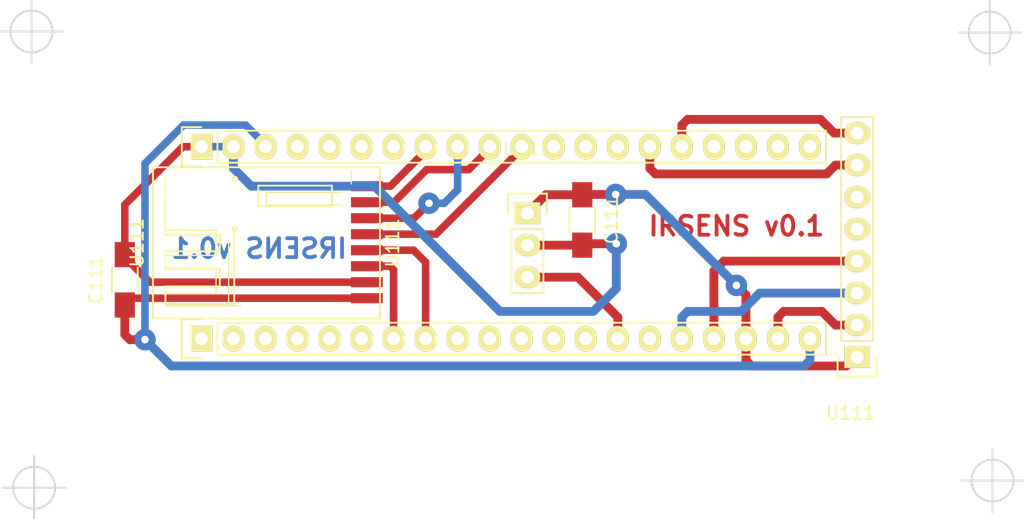
<source format=kicad_pcb>
(kicad_pcb (version 4) (host pcbnew 4.0.2-stable)

  (general
    (links 29)
    (no_connects 1)
    (area 0 0 0 0)
    (thickness 1.6)
    (drawings 6)
    (tracks 94)
    (zones 0)
    (modules 11)
    (nets 15)
  )

  (page A4)
  (layers
    (0 F.Cu signal)
    (31 B.Cu signal)
    (32 B.Adhes user)
    (33 F.Adhes user)
    (34 B.Paste user)
    (35 F.Paste user)
    (36 B.SilkS user)
    (37 F.SilkS user)
    (38 B.Mask user)
    (39 F.Mask user)
    (40 Dwgs.User user)
    (41 Cmts.User user)
    (42 Eco1.User user)
    (43 Eco2.User user)
    (44 Edge.Cuts user)
    (45 Margin user)
    (46 B.CrtYd user)
    (47 F.CrtYd user)
    (48 B.Fab user)
    (49 F.Fab user)
  )

  (setup
    (last_trace_width 0.5)
    (trace_clearance 0.4)
    (zone_clearance 0.508)
    (zone_45_only no)
    (trace_min 0.2)
    (segment_width 0.2)
    (edge_width 0.15)
    (via_size 0.6)
    (via_drill 0.4)
    (via_min_size 0.4)
    (via_min_drill 0.3)
    (uvia_size 0.3)
    (uvia_drill 0.1)
    (uvias_allowed no)
    (uvia_min_size 0.2)
    (uvia_min_drill 0.1)
    (pcb_text_width 0.3)
    (pcb_text_size 1.5 1.5)
    (mod_edge_width 0.15)
    (mod_text_size 1 1)
    (mod_text_width 0.15)
    (pad_size 1.524 1.524)
    (pad_drill 0.762)
    (pad_to_mask_clearance 0.2)
    (aux_axis_origin 0 0)
    (visible_elements 7FFFFFFF)
    (pcbplotparams
      (layerselection 0x00030_80000001)
      (usegerberextensions false)
      (excludeedgelayer true)
      (linewidth 0.100000)
      (plotframeref false)
      (viasonmask false)
      (mode 1)
      (useauxorigin false)
      (hpglpennumber 1)
      (hpglpenspeed 20)
      (hpglpendiameter 15)
      (hpglpenoverlay 2)
      (psnegative false)
      (psa4output false)
      (plotreference true)
      (plotvalue true)
      (plotinvisibletext false)
      (padsonsilk false)
      (subtractmaskfromsilk false)
      (outputformat 1)
      (mirror false)
      (drillshape 1)
      (scaleselection 1)
      (outputdirectory ""))
  )

  (net 0 "")
  (net 1 +3V3)
  (net 2 GND)
  (net 3 IR_RCV)
  (net 4 SE8R01_CE)
  (net 5 SE8R01_CSN)
  (net 6 MPU5060_INT)
  (net 7 AD0)
  (net 8 I2C_SCL)
  (net 9 I2C_SDA)
  (net 10 SPI_MISO)
  (net 11 SPI_MOSI)
  (net 12 SPI_SCK)
  (net 13 SE8R01_IRQ)
  (net 14 +5V)

  (net_class Default "This is the default net class."
    (clearance 0.4)
    (trace_width 0.5)
    (via_dia 0.6)
    (via_drill 0.4)
    (uvia_dia 0.3)
    (uvia_drill 0.1)
    (add_net +3V3)
    (add_net +5V)
    (add_net AD0)
    (add_net GND)
    (add_net I2C_SCL)
    (add_net I2C_SDA)
    (add_net IR_RCV)
    (add_net MPU5060_INT)
    (add_net SE8R01_CE)
    (add_net SE8R01_CSN)
    (add_net SE8R01_IRQ)
    (add_net SPI_MISO)
    (add_net SPI_MOSI)
    (add_net SPI_SCK)
  )

  (module footprints:STM32F103_header_footprint (layer F.Cu) (tedit 578F1A7E) (tstamp 5795C2B0)
    (at 31.36 42.08 90)
    (descr "Through hole pin header")
    (tags "pin header")
    (path /5795C959)
    (fp_text reference U111 (at 7.62 -5.1 90) (layer F.SilkS)
      (effects (font (size 1 1) (thickness 0.15)))
    )
    (fp_text value STM32F103HEADER (at 7.62 -3.1 90) (layer F.Fab)
      (effects (font (size 1 1) (thickness 0.15)))
    )
    (fp_line (start -1.75 -1.75) (end -1.75 50.05) (layer F.CrtYd) (width 0.05))
    (fp_line (start 1.75 -1.75) (end 1.75 50.05) (layer F.CrtYd) (width 0.05))
    (fp_line (start -1.75 -1.75) (end 1.75 -1.75) (layer F.CrtYd) (width 0.05))
    (fp_line (start -1.75 50.05) (end 1.75 50.05) (layer F.CrtYd) (width 0.05))
    (fp_line (start 1.27 1.27) (end 1.27 49.53) (layer F.SilkS) (width 0.15))
    (fp_line (start 1.27 49.53) (end -1.27 49.53) (layer F.SilkS) (width 0.15))
    (fp_line (start -1.27 49.53) (end -1.27 1.27) (layer F.SilkS) (width 0.15))
    (fp_line (start 1.55 -1.55) (end 1.55 0) (layer F.SilkS) (width 0.15))
    (fp_line (start 1.27 1.27) (end -1.27 1.27) (layer F.SilkS) (width 0.15))
    (fp_line (start -1.55 0) (end -1.55 -1.55) (layer F.SilkS) (width 0.15))
    (fp_line (start -1.55 -1.55) (end 1.55 -1.55) (layer F.SilkS) (width 0.15))
    (fp_line (start 13.69 -1.55) (end 16.79 -1.55) (layer F.SilkS) (width 0.15))
    (fp_line (start 16.79 -1.55) (end 16.79 0) (layer F.SilkS) (width 0.15))
    (fp_line (start 13.69 0) (end 13.69 -1.55) (layer F.SilkS) (width 0.15))
    (fp_line (start 16.51 49.53) (end 13.97 49.53) (layer F.SilkS) (width 0.15))
    (fp_line (start 16.51 1.27) (end 16.51 49.53) (layer F.SilkS) (width 0.15))
    (fp_line (start 16.51 1.27) (end 13.97 1.27) (layer F.SilkS) (width 0.15))
    (fp_line (start 13.97 49.53) (end 13.97 1.27) (layer F.SilkS) (width 0.15))
    (fp_line (start 13.49 -1.75) (end 16.99 -1.75) (layer F.CrtYd) (width 0.05))
    (fp_line (start 13.49 -1.75) (end 13.49 50.05) (layer F.CrtYd) (width 0.05))
    (fp_line (start 16.99 -1.75) (end 16.99 50.05) (layer F.CrtYd) (width 0.05))
    (fp_line (start 13.49 50.05) (end 16.99 50.05) (layer F.CrtYd) (width 0.05))
    (pad 1 thru_hole rect (at 0 0 90) (size 2.032 1.7272) (drill 1.016) (layers *.Cu *.Mask F.SilkS))
    (pad 2 thru_hole oval (at 0 2.54 90) (size 2.032 1.7272) (drill 1.016) (layers *.Cu *.Mask F.SilkS))
    (pad 3 thru_hole oval (at 0 5.08 90) (size 2.032 1.7272) (drill 1.016) (layers *.Cu *.Mask F.SilkS))
    (pad 4 thru_hole oval (at 0 7.62 90) (size 2.032 1.7272) (drill 1.016) (layers *.Cu *.Mask F.SilkS))
    (pad 5 thru_hole oval (at 0 10.16 90) (size 2.032 1.7272) (drill 1.016) (layers *.Cu *.Mask F.SilkS))
    (pad 6 thru_hole oval (at 0 12.7 90) (size 2.032 1.7272) (drill 1.016) (layers *.Cu *.Mask F.SilkS))
    (pad 7 thru_hole oval (at 0 15.24 90) (size 2.032 1.7272) (drill 1.016) (layers *.Cu *.Mask F.SilkS)
      (net 4 SE8R01_CE))
    (pad 8 thru_hole oval (at 0 17.78 90) (size 2.032 1.7272) (drill 1.016) (layers *.Cu *.Mask F.SilkS)
      (net 5 SE8R01_CSN))
    (pad 9 thru_hole oval (at 0 20.32 90) (size 2.032 1.7272) (drill 1.016) (layers *.Cu *.Mask F.SilkS))
    (pad 10 thru_hole oval (at 0 22.86 90) (size 2.032 1.7272) (drill 1.016) (layers *.Cu *.Mask F.SilkS))
    (pad 11 thru_hole oval (at 0 25.4 90) (size 2.032 1.7272) (drill 1.016) (layers *.Cu *.Mask F.SilkS))
    (pad 12 thru_hole oval (at 0 27.94 90) (size 2.032 1.7272) (drill 1.016) (layers *.Cu *.Mask F.SilkS))
    (pad 13 thru_hole oval (at 0 30.48 90) (size 2.032 1.7272) (drill 1.016) (layers *.Cu *.Mask F.SilkS))
    (pad 14 thru_hole oval (at 0 33.02 90) (size 2.032 1.7272) (drill 1.016) (layers *.Cu *.Mask F.SilkS)
      (net 3 IR_RCV))
    (pad 15 thru_hole oval (at 0 35.56 90) (size 2.032 1.7272) (drill 1.016) (layers *.Cu *.Mask F.SilkS))
    (pad 16 thru_hole oval (at 0 38.1 90) (size 2.032 1.7272) (drill 1.016) (layers *.Cu *.Mask F.SilkS)
      (net 8 I2C_SCL))
    (pad 17 thru_hole oval (at 0 40.64 90) (size 2.032 1.7272) (drill 1.016) (layers *.Cu *.Mask F.SilkS)
      (net 9 I2C_SDA))
    (pad 18 thru_hole oval (at 0 43.18 90) (size 2.032 1.7272) (drill 1.016) (layers *.Cu *.Mask F.SilkS)
      (net 14 +5V))
    (pad 19 thru_hole oval (at 0 45.72 90) (size 2.032 1.7272) (drill 1.016) (layers *.Cu *.Mask F.SilkS)
      (net 2 GND))
    (pad 20 thru_hole oval (at 0 48.26 90) (size 2.032 1.7272) (drill 1.016) (layers *.Cu *.Mask F.SilkS)
      (net 1 +3V3))
    (pad 19 thru_hole rect (at 15.24 0 90) (size 2.032 1.7272) (drill 1.016) (layers *.Cu *.Mask F.SilkS)
      (net 2 GND))
    (pad 29 thru_hole oval (at 15.24 20.32 90) (size 2.032 1.7272) (drill 1.016) (layers *.Cu *.Mask F.SilkS)
      (net 11 SPI_MOSI))
    (pad 30 thru_hole oval (at 15.24 22.86 90) (size 2.032 1.7272) (drill 1.016) (layers *.Cu *.Mask F.SilkS)
      (net 10 SPI_MISO))
    (pad 31 thru_hole oval (at 15.24 25.4 90) (size 2.032 1.7272) (drill 1.016) (layers *.Cu *.Mask F.SilkS)
      (net 12 SPI_SCK))
    (pad 33 thru_hole oval (at 15.24 30.48 90) (size 2.032 1.7272) (drill 1.016) (layers *.Cu *.Mask F.SilkS))
    (pad 32 thru_hole oval (at 15.24 27.94 90) (size 2.032 1.7272) (drill 1.016) (layers *.Cu *.Mask F.SilkS))
    (pad 25 thru_hole oval (at 15.24 10.16 90) (size 2.032 1.7272) (drill 1.016) (layers *.Cu *.Mask F.SilkS))
    (pad 28 thru_hole oval (at 15.24 17.78 90) (size 2.032 1.7272) (drill 1.016) (layers *.Cu *.Mask F.SilkS)
      (net 13 SE8R01_IRQ))
    (pad 26 thru_hole oval (at 15.24 12.7 90) (size 2.032 1.7272) (drill 1.016) (layers *.Cu *.Mask F.SilkS))
    (pad 27 thru_hole oval (at 15.24 15.24 90) (size 2.032 1.7272) (drill 1.016) (layers *.Cu *.Mask F.SilkS))
    (pad 34 thru_hole oval (at 15.24 33.02 90) (size 2.032 1.7272) (drill 1.016) (layers *.Cu *.Mask F.SilkS))
    (pad 35 thru_hole oval (at 15.24 35.56 90) (size 2.032 1.7272) (drill 1.016) (layers *.Cu *.Mask F.SilkS)
      (net 7 AD0))
    (pad 36 thru_hole oval (at 15.24 38.1 90) (size 2.032 1.7272) (drill 1.016) (layers *.Cu *.Mask F.SilkS)
      (net 6 MPU5060_INT))
    (pad 37 thru_hole oval (at 15.24 40.64 90) (size 2.032 1.7272) (drill 1.016) (layers *.Cu *.Mask F.SilkS))
    (pad 39 thru_hole oval (at 15.24 45.72 90) (size 2.032 1.7272) (drill 1.016) (layers *.Cu *.Mask F.SilkS))
    (pad 38 thru_hole oval (at 15.24 43.18 90) (size 2.032 1.7272) (drill 1.016) (layers *.Cu *.Mask F.SilkS))
    (pad 40 thru_hole oval (at 15.24 48.26 90) (size 2.032 1.7272) (drill 1.016) (layers *.Cu *.Mask F.SilkS))
    (pad 20 thru_hole oval (at 15.24 5.08 90) (size 2.032 1.7272) (drill 1.016) (layers *.Cu *.Mask F.SilkS)
      (net 1 +3V3))
    (pad 24 thru_hole oval (at 15.24 7.62 90) (size 2.032 1.7272) (drill 1.016) (layers *.Cu *.Mask F.SilkS))
    (pad 19 thru_hole oval (at 15.24 2.54 90) (size 2.032 1.7272) (drill 1.016) (layers *.Cu *.Mask F.SilkS)
      (net 2 GND))
    (model Pin_Headers.3dshapes/Pin_Header_Straight_1x20.wrl
      (at (xyz 0 -0.95 0))
      (scale (xyz 1 1 1))
      (rotate (xyz 0 0 90))
    )
  )

  (module Capacitors_SMD:C_1206_HandSoldering (layer F.Cu) (tedit 541A9C03) (tstamp 5795C268)
    (at 61.56 32.655 270)
    (descr "Capacitor SMD 1206, hand soldering")
    (tags "capacitor 1206")
    (path /578EB127)
    (attr smd)
    (fp_text reference C111 (at 0 -2.3 270) (layer F.SilkS)
      (effects (font (size 1 1) (thickness 0.15)))
    )
    (fp_text value 100uf (at 0 2.3 270) (layer F.Fab)
      (effects (font (size 1 1) (thickness 0.15)))
    )
    (fp_line (start -3.3 -1.15) (end 3.3 -1.15) (layer F.CrtYd) (width 0.05))
    (fp_line (start -3.3 1.15) (end 3.3 1.15) (layer F.CrtYd) (width 0.05))
    (fp_line (start -3.3 -1.15) (end -3.3 1.15) (layer F.CrtYd) (width 0.05))
    (fp_line (start 3.3 -1.15) (end 3.3 1.15) (layer F.CrtYd) (width 0.05))
    (fp_line (start 1 -1.025) (end -1 -1.025) (layer F.SilkS) (width 0.15))
    (fp_line (start -1 1.025) (end 1 1.025) (layer F.SilkS) (width 0.15))
    (pad 1 smd rect (at -2 0 270) (size 2 1.6) (layers F.Cu F.Paste F.Mask)
      (net 14 +5V))
    (pad 2 smd rect (at 2 0 270) (size 2 1.6) (layers F.Cu F.Paste F.Mask)
      (net 2 GND))
    (model Capacitors_SMD.3dshapes/C_1206_HandSoldering.wrl
      (at (xyz 0 0 0))
      (scale (xyz 1 1 1))
      (rotate (xyz 0 0 0))
    )
  )

  (module Capacitors_SMD:C_1206_HandSoldering (layer F.Cu) (tedit 541A9C03) (tstamp 5795C26E)
    (at 25.285 37.405 90)
    (descr "Capacitor SMD 1206, hand soldering")
    (tags "capacitor 1206")
    (path /578E9EF8)
    (attr smd)
    (fp_text reference C111 (at 0 -2.3 90) (layer F.SilkS)
      (effects (font (size 1 1) (thickness 0.15)))
    )
    (fp_text value 100uf (at 0 2.3 90) (layer F.Fab)
      (effects (font (size 1 1) (thickness 0.15)))
    )
    (fp_line (start -3.3 -1.15) (end 3.3 -1.15) (layer F.CrtYd) (width 0.05))
    (fp_line (start -3.3 1.15) (end 3.3 1.15) (layer F.CrtYd) (width 0.05))
    (fp_line (start -3.3 -1.15) (end -3.3 1.15) (layer F.CrtYd) (width 0.05))
    (fp_line (start 3.3 -1.15) (end 3.3 1.15) (layer F.CrtYd) (width 0.05))
    (fp_line (start 1 -1.025) (end -1 -1.025) (layer F.SilkS) (width 0.15))
    (fp_line (start -1 1.025) (end 1 1.025) (layer F.SilkS) (width 0.15))
    (pad 1 smd rect (at -2 0 90) (size 2 1.6) (layers F.Cu F.Paste F.Mask)
      (net 1 +3V3))
    (pad 2 smd rect (at 2 0 90) (size 2 1.6) (layers F.Cu F.Paste F.Mask)
      (net 2 GND))
    (model Capacitors_SMD.3dshapes/C_1206_HandSoldering.wrl
      (at (xyz 0 0 0))
      (scale (xyz 1 1 1))
      (rotate (xyz 0 0 0))
    )
  )

  (module footprints:Via (layer F.Cu) (tedit 578F41F1) (tstamp 5795C273)
    (at 49.41 31.33)
    (path /57913A3B)
    (fp_text reference P111 (at 0.254 1.651) (layer F.SilkS) hide
      (effects (font (size 1 1) (thickness 0.15)))
    )
    (fp_text value Via (at 0 -1.524) (layer F.Fab) hide
      (effects (font (size 1 1) (thickness 0.15)))
    )
    (pad 1 thru_hole circle (at 0 0) (size 1.7 1.7) (drill 0.6) (layers *.Cu)
      (net 11 SPI_MOSI) (zone_connect 2))
  )

  (module footprints:Via (layer F.Cu) (tedit 578F41F1) (tstamp 5795C278)
    (at 64.262 34.544)
    (path /5791FA8C)
    (fp_text reference P111 (at 0.254 1.651) (layer F.SilkS) hide
      (effects (font (size 1 1) (thickness 0.15)))
    )
    (fp_text value Via (at 0 -1.524) (layer F.Fab) hide
      (effects (font (size 1 1) (thickness 0.15)))
    )
    (pad 1 thru_hole circle (at 0 0) (size 1.7 1.7) (drill 0.6) (layers *.Cu)
      (net 2 GND) (zone_connect 2))
  )

  (module footprints:Via (layer F.Cu) (tedit 578F41F1) (tstamp 5795C27D)
    (at 64.21 30.63)
    (path /5791509A)
    (fp_text reference P111 (at 0.254 1.651) (layer F.SilkS) hide
      (effects (font (size 1 1) (thickness 0.15)))
    )
    (fp_text value Via (at 0 -1.524) (layer F.Fab) hide
      (effects (font (size 1 1) (thickness 0.15)))
    )
    (pad 1 thru_hole circle (at 0 0) (size 1.7 1.7) (drill 0.6) (layers *.Cu)
      (net 14 +5V) (zone_connect 2))
  )

  (module footprints:TL1838_footprint (layer F.Cu) (tedit 578F9CC4) (tstamp 5795C284)
    (at 57.21 32.115)
    (descr "Through hole pin header")
    (tags "pin header")
    (path /578E371A)
    (fp_text reference U111 (at 0 -5.1) (layer F.SilkS)
      (effects (font (size 1 1) (thickness 0.15)))
    )
    (fp_text value TL1838 (at 0 -3.1) (layer F.Fab)
      (effects (font (size 1 1) (thickness 0.15)))
    )
    (fp_line (start -1.75 -1.75) (end -1.75 6.85) (layer F.CrtYd) (width 0.05))
    (fp_line (start 1.75 -1.75) (end 1.75 6.85) (layer F.CrtYd) (width 0.05))
    (fp_line (start -1.75 -1.75) (end 1.75 -1.75) (layer F.CrtYd) (width 0.05))
    (fp_line (start -1.75 6.85) (end 1.75 6.85) (layer F.CrtYd) (width 0.05))
    (fp_line (start -1.27 1.27) (end -1.27 6.35) (layer F.SilkS) (width 0.15))
    (fp_line (start -1.27 6.35) (end 1.27 6.35) (layer F.SilkS) (width 0.15))
    (fp_line (start 1.27 6.35) (end 1.27 1.27) (layer F.SilkS) (width 0.15))
    (fp_line (start 1.55 -1.55) (end 1.55 0) (layer F.SilkS) (width 0.15))
    (fp_line (start 1.27 1.27) (end -1.27 1.27) (layer F.SilkS) (width 0.15))
    (fp_line (start -1.55 0) (end -1.55 -1.55) (layer F.SilkS) (width 0.15))
    (fp_line (start -1.55 -1.55) (end 1.55 -1.55) (layer F.SilkS) (width 0.15))
    (pad 1 thru_hole rect (at 0 0) (size 2.032 1.7272) (drill 1.016) (layers *.Cu *.Mask F.SilkS)
      (net 14 +5V))
    (pad 2 thru_hole oval (at 0 2.54) (size 2.032 1.7272) (drill 1.016) (layers *.Cu *.Mask F.SilkS)
      (net 2 GND))
    (pad 3 thru_hole oval (at 0 5.08) (size 2.032 1.7272) (drill 1.016) (layers *.Cu *.Mask F.SilkS)
      (net 3 IR_RCV))
    (model Pin_Headers.3dshapes/Pin_Header_Straight_1x03.wrl
      (at (xyz 0 -0.1 0))
      (scale (xyz 1 1 1))
      (rotate (xyz 0 0 90))
    )
  )

  (module footprints:MPU6050_pin_header_straight (layer F.Cu) (tedit 578F9D4F) (tstamp 5795C2BC)
    (at 83.36 43.54 180)
    (descr "Through hole pin header")
    (tags "pin header")
    (path /578E76DC)
    (fp_text reference U111 (at 0.508 -4.445 180) (layer F.SilkS)
      (effects (font (size 1 1) (thickness 0.15)))
    )
    (fp_text value MPU6050_module (at 0.127 -2.667 180) (layer F.Fab)
      (effects (font (size 1 1) (thickness 0.15)))
    )
    (fp_line (start -1.75 -1.75) (end -1.75 19.55) (layer F.CrtYd) (width 0.05))
    (fp_line (start 1.75 -1.75) (end 1.75 19.55) (layer F.CrtYd) (width 0.05))
    (fp_line (start -1.75 -1.75) (end 1.75 -1.75) (layer F.CrtYd) (width 0.05))
    (fp_line (start -1.75 19.55) (end 1.75 19.55) (layer F.CrtYd) (width 0.05))
    (fp_line (start 1.27 1.27) (end 1.27 19.05) (layer F.SilkS) (width 0.15))
    (fp_line (start 1.27 19.05) (end -1.27 19.05) (layer F.SilkS) (width 0.15))
    (fp_line (start -1.27 19.05) (end -1.27 1.27) (layer F.SilkS) (width 0.15))
    (fp_line (start 1.55 -1.55) (end 1.55 0) (layer F.SilkS) (width 0.15))
    (fp_line (start 1.27 1.27) (end -1.27 1.27) (layer F.SilkS) (width 0.15))
    (fp_line (start -1.55 0) (end -1.55 -1.55) (layer F.SilkS) (width 0.15))
    (fp_line (start -1.55 -1.55) (end 1.55 -1.55) (layer F.SilkS) (width 0.15))
    (pad 1 thru_hole rect (at 0 0 180) (size 2.032 1.7272) (drill 1.016) (layers *.Cu *.Mask F.SilkS)
      (net 14 +5V))
    (pad 2 thru_hole oval (at 0 2.54 180) (size 2.032 1.7272) (drill 1.016) (layers *.Cu *.Mask F.SilkS)
      (net 2 GND))
    (pad 3 thru_hole oval (at 0 5.08 180) (size 2.032 1.7272) (drill 1.016) (layers *.Cu *.Mask F.SilkS)
      (net 8 I2C_SCL))
    (pad 4 thru_hole oval (at 0 7.62 180) (size 2.032 1.7272) (drill 1.016) (layers *.Cu *.Mask F.SilkS)
      (net 9 I2C_SDA))
    (pad 5 thru_hole oval (at 0 10.16 180) (size 2.032 1.7272) (drill 1.016) (layers *.Cu *.Mask F.SilkS))
    (pad 6 thru_hole oval (at 0 12.7 180) (size 2.032 1.7272) (drill 1.016) (layers *.Cu *.Mask F.SilkS))
    (pad 7 thru_hole oval (at 0 15.24 180) (size 2.032 1.7272) (drill 1.016) (layers *.Cu *.Mask F.SilkS)
      (net 7 AD0))
    (pad 8 thru_hole oval (at 0 17.78 180) (size 2.032 1.7272) (drill 1.016) (layers *.Cu *.Mask F.SilkS)
      (net 6 MPU5060_INT))
    (model Pin_Headers.3dshapes/Pin_Header_Straight_1x08.wrl
      (at (xyz 0 -0.35 0))
      (scale (xyz 1 1 1))
      (rotate (xyz 0 0 90))
    )
  )

  (module footprints:SE8R01_SMD (layer F.Cu) (tedit 578F7E02) (tstamp 5795C2C8)
    (at 45.52056 40.47028 90)
    (path /578E7808)
    (fp_text reference U111 (at 6 1 90) (layer F.SilkS)
      (effects (font (size 1 1) (thickness 0.15)))
    )
    (fp_text value SE8R01_module (at 6 -10 90) (layer F.Fab)
      (effects (font (size 1 1) (thickness 0.15)))
    )
    (fp_line (start 8.89 -9.652) (end 8.89 -3.81) (layer F.SilkS) (width 0.15))
    (fp_line (start 10.541 -9.652) (end 8.89 -9.652) (layer F.SilkS) (width 0.15))
    (fp_line (start 10.541 -3.81) (end 10.541 -9.652) (layer F.SilkS) (width 0.15))
    (fp_line (start 8.89 -3.81) (end 10.541 -3.81) (layer F.SilkS) (width 0.15))
    (fp_line (start 6.604 -17.018) (end 11.049 -17.018) (layer F.SilkS) (width 0.15))
    (fp_line (start 6.604 -12.7) (end 6.604 -17.018) (layer F.SilkS) (width 0.15))
    (fp_line (start 5.334 -12.7) (end 6.604 -12.7) (layer F.SilkS) (width 0.15))
    (fp_line (start 5.334 -17.018) (end 5.334 -12.7) (layer F.SilkS) (width 0.15))
    (fp_line (start 3.937 -17.018) (end 5.334 -17.018) (layer F.SilkS) (width 0.15))
    (fp_line (start 3.937 -12.7) (end 3.937 -17.018) (layer F.SilkS) (width 0.15))
    (fp_line (start 2.54 -12.7) (end 3.937 -12.7) (layer F.SilkS) (width 0.15))
    (fp_line (start 2.54 -17.018) (end 2.54 -12.7) (layer F.SilkS) (width 0.15))
    (fp_line (start 1.143 -17.018) (end 2.54 -17.018) (layer F.SilkS) (width 0.15))
    (fp_line (start 1.143 -11.557) (end 1.143 -17.018) (layer F.SilkS) (width 0.15))
    (fp_line (start 7.112 -11.557) (end 1.143 -11.557) (layer F.SilkS) (width 0.15))
    (fp_circle (center 11.05408 -11.50112) (end 11.13028 -11.33602) (layer F.SilkS) (width 0.15))
    (fp_line (start 12 0) (end 0 0) (layer F.SilkS) (width 0.15))
    (fp_line (start 12 -18) (end 12 0) (layer F.SilkS) (width 0.15))
    (fp_line (start 0 -18) (end 12 -18) (layer F.SilkS) (width 0.15))
    (fp_line (start 0 0) (end 0 -18) (layer F.SilkS) (width 0.15))
    (fp_line (start 1 -11) (end 1 -17) (layer F.SilkS) (width 0))
    (fp_line (start 1 -17) (end 2 -17) (layer F.SilkS) (width 0))
    (fp_line (start 2 -17) (end 2 -13) (layer F.SilkS) (width 0))
    (fp_line (start 2 -13) (end 4 -13) (layer F.SilkS) (width 0))
    (fp_line (start 4 -13) (end 4 -17) (layer F.SilkS) (width 0))
    (fp_line (start 4 -17) (end 5 -17) (layer F.SilkS) (width 0))
    (fp_line (start 5 -17) (end 5 -13) (layer F.SilkS) (width 0))
    (fp_line (start 5 -13) (end 7 -13) (layer F.SilkS) (width 0))
    (fp_line (start 7 -13) (end 7 -17) (layer F.SilkS) (width 0))
    (fp_line (start 7 -17) (end 10 -17) (layer F.SilkS) (width 0))
    (fp_line (start 1 -12) (end 6 -12) (layer F.SilkS) (width 0))
    (fp_line (start 9 -5) (end 9 -9) (layer F.SilkS) (width 0))
    (fp_line (start 9 -9) (end 10 -9) (layer F.SilkS) (width 0))
    (fp_line (start 10 -9) (end 10 -3) (layer F.SilkS) (width 0))
    (fp_line (start 11.68128 -2.27356) (end 10.68128 -2.27356) (layer F.SilkS) (width 0))
    (fp_line (start 9 -3) (end 9 -5) (layer F.SilkS) (width 0))
    (fp_line (start 0 0) (end 12 0) (layer F.SilkS) (width 0))
    (fp_line (start 12 0) (end 12 -18) (layer F.SilkS) (width 0))
    (fp_line (start 12 -18) (end 0 -18) (layer F.SilkS) (width 0))
    (fp_line (start 0 -18) (end 0 0) (layer F.SilkS) (width 0))
    (fp_circle (center 7.12724 -11.5062) (end 7.20344 -11.3411) (layer F.SilkS) (width 0.15))
    (pad 1 smd rect (at 1.60528 -1.03556 90) (size 0.8 2.524) (layers F.Cu F.Paste F.Mask)
      (net 1 +3V3))
    (pad 2 smd rect (at 2.87528 -1.03556 90) (size 0.8 2.524) (layers F.Cu F.Paste F.Mask)
      (net 2 GND))
    (pad 3 smd rect (at 4.14528 -1.03556 90) (size 0.8 2.524) (layers F.Cu F.Paste F.Mask)
      (net 4 SE8R01_CE))
    (pad 4 smd rect (at 5.41528 -1.03556 90) (size 0.8 2.524) (layers F.Cu F.Paste F.Mask)
      (net 5 SE8R01_CSN))
    (pad 5 smd rect (at 6.68528 -1.03556 90) (size 0.8 2.524) (layers F.Cu F.Paste F.Mask)
      (net 12 SPI_SCK))
    (pad 6 smd rect (at 7.95528 -1.03556 90) (size 0.8 2.524) (layers F.Cu F.Paste F.Mask)
      (net 11 SPI_MOSI))
    (pad 7 smd rect (at 9.22528 -1.03556 90) (size 0.8 2.524) (layers F.Cu F.Paste F.Mask)
      (net 10 SPI_MISO))
    (pad 8 smd rect (at 10.49528 -1.03556 90) (size 0.8 2.524) (layers F.Cu F.Paste F.Mask)
      (net 13 SE8R01_IRQ))
  )

  (module footprints:Via (layer F.Cu) (tedit 578F41F1) (tstamp 5795C528)
    (at 26.885 42.155)
    (path /5795CDD1)
    (fp_text reference P111 (at 0.254 1.651) (layer F.SilkS) hide
      (effects (font (size 1 1) (thickness 0.15)))
    )
    (fp_text value Via (at 0 -1.524) (layer F.Fab) hide
      (effects (font (size 1 1) (thickness 0.15)))
    )
    (pad 1 thru_hole circle (at 0 0) (size 1.7 1.7) (drill 0.6) (layers *.Cu)
      (net 1 +3V3) (zone_connect 2))
  )

  (module footprints:Via (layer F.Cu) (tedit 578F41F1) (tstamp 5795C9EE)
    (at 73.787 37.846)
    (path /5795D0A9)
    (fp_text reference P111 (at 0.254 1.651) (layer F.SilkS) hide
      (effects (font (size 1 1) (thickness 0.15)))
    )
    (fp_text value Via (at 0 -1.524) (layer F.Fab) hide
      (effects (font (size 1 1) (thickness 0.15)))
    )
    (pad 1 thru_hole circle (at 0 0) (size 1.7 1.7) (drill 0.6) (layers *.Cu)
      (net 14 +5V) (zone_connect 2))
  )

  (target plus (at 94.094375 53.34) (size 5) (width 0.15) (layer Edge.Cuts) (tstamp 5795CCA7))
  (target plus (at 93.871968 17.781533) (size 5) (width 0.15) (layer Edge.Cuts))
  (target plus (at 18.097101 53.904523) (size 5) (width 0.15) (layer Edge.Cuts))
  (target plus (at 17.888346 17.695468) (size 5) (width 0.15) (layer Edge.Cuts))
  (gr_text "IRSENS v0.1" (at 35.941 34.925) (layer B.Cu)
    (effects (font (size 1.5 1.5) (thickness 0.3)) (justify mirror))
  )
  (gr_text "IRSENS v0.1" (at 73.787 33.147) (layer F.Cu)
    (effects (font (size 1.5 1.5) (thickness 0.3)))
  )

  (segment (start 36.44 26.84) (end 36.44 26.6876) (width 0.6) (layer B.Cu) (net 1))
  (segment (start 36.44 26.6876) (end 34.876399 25.123999) (width 0.6) (layer B.Cu) (net 1))
  (segment (start 34.876399 25.123999) (end 29.936399 25.123999) (width 0.6) (layer B.Cu) (net 1))
  (segment (start 29.936399 25.123999) (end 26.885 28.175398) (width 0.6) (layer B.Cu) (net 1))
  (segment (start 26.885 28.175398) (end 26.885 40.952919) (width 0.6) (layer B.Cu) (net 1))
  (segment (start 26.885 40.952919) (end 26.885 42.155) (width 0.6) (layer B.Cu) (net 1))
  (segment (start 26.885 42.155) (end 25.682919 42.155) (width 0.7) (layer F.Cu) (net 1))
  (segment (start 25.682919 42.155) (end 25.285 41.757081) (width 0.7) (layer F.Cu) (net 1))
  (segment (start 25.285 41.757081) (end 25.285 39.405) (width 0.7) (layer F.Cu) (net 1))
  (segment (start 79.62 42.08) (end 79.62 43.796) (width 0.7) (layer B.Cu) (net 1))
  (segment (start 79.62 43.796) (end 79.169999 44.246001) (width 0.7) (layer B.Cu) (net 1))
  (segment (start 79.169999 44.246001) (end 28.976001 44.246001) (width 0.7) (layer B.Cu) (net 1))
  (segment (start 28.976001 44.246001) (end 27.734999 43.004999) (width 0.7) (layer B.Cu) (net 1))
  (segment (start 27.734999 43.004999) (end 26.885 42.155) (width 0.7) (layer B.Cu) (net 1))
  (segment (start 44.485 38.865) (end 25.825 38.865) (width 0.6) (layer F.Cu) (net 1))
  (segment (start 33.9 26.84) (end 31.36 26.84) (width 0.6) (layer B.Cu) (net 2))
  (segment (start 64.262 34.544) (end 64.262 38.1) (width 0.7) (layer B.Cu) (net 2))
  (segment (start 55.02699 39.91399) (end 45.085 29.972) (width 0.7) (layer B.Cu) (net 2))
  (segment (start 64.262 38.1) (end 62.44801 39.91399) (width 0.7) (layer B.Cu) (net 2))
  (segment (start 62.44801 39.91399) (end 55.02699 39.91399) (width 0.7) (layer B.Cu) (net 2))
  (segment (start 45.085 29.972) (end 35.316 29.972) (width 0.7) (layer B.Cu) (net 2))
  (segment (start 35.316 29.972) (end 33.9 28.556) (width 0.7) (layer B.Cu) (net 2))
  (segment (start 33.9 28.556) (end 33.9 26.84) (width 0.7) (layer B.Cu) (net 2))
  (segment (start 61.56 34.655) (end 57.21 34.655) (width 0.7) (layer F.Cu) (net 2))
  (segment (start 64.262 34.544) (end 61.671 34.544) (width 0.7) (layer F.Cu) (net 2))
  (segment (start 61.671 34.544) (end 61.56 34.655) (width 0.7) (layer F.Cu) (net 2))
  (segment (start 83.36 41) (end 81.644 41) (width 0.7) (layer F.Cu) (net 2))
  (segment (start 81.644 41) (end 80.55799 39.91399) (width 0.7) (layer F.Cu) (net 2))
  (segment (start 80.55799 39.91399) (end 77.53001 39.91399) (width 0.7) (layer F.Cu) (net 2))
  (segment (start 77.53001 39.91399) (end 77.08 40.364) (width 0.7) (layer F.Cu) (net 2))
  (segment (start 77.08 40.364) (end 77.08 42.08) (width 0.7) (layer F.Cu) (net 2))
  (segment (start 25.285 35.405) (end 25.285 31.4514) (width 0.6) (layer F.Cu) (net 2))
  (segment (start 25.285 31.4514) (end 29.8964 26.84) (width 0.6) (layer F.Cu) (net 2))
  (segment (start 29.8964 26.84) (end 31.36 26.84) (width 0.6) (layer F.Cu) (net 2))
  (segment (start 44.485 37.595) (end 27.275 37.595) (width 0.6) (layer F.Cu) (net 2))
  (segment (start 27.275 37.595) (end 25.285 35.605) (width 0.6) (layer F.Cu) (net 2))
  (segment (start 25.285 35.605) (end 25.285 35.405) (width 0.6) (layer F.Cu) (net 2))
  (segment (start 57.21 37.195) (end 61.211 37.195) (width 0.7) (layer F.Cu) (net 3))
  (segment (start 61.211 37.195) (end 64.38 40.364) (width 0.7) (layer F.Cu) (net 3))
  (segment (start 64.38 40.364) (end 64.38 42.08) (width 0.7) (layer F.Cu) (net 3))
  (segment (start 44.485 36.325) (end 46.317002 36.325) (width 0.6) (layer F.Cu) (net 4))
  (segment (start 46.317002 36.325) (end 46.6 36.607998) (width 0.6) (layer F.Cu) (net 4))
  (segment (start 46.6 36.607998) (end 46.6 40.464) (width 0.6) (layer F.Cu) (net 4))
  (segment (start 46.6 40.464) (end 46.6 42.08) (width 0.6) (layer F.Cu) (net 4))
  (segment (start 48.185 35.055) (end 49.14 36.01) (width 0.6) (layer F.Cu) (net 5))
  (segment (start 49.14 36.01) (end 49.14 42.08) (width 0.6) (layer F.Cu) (net 5))
  (segment (start 44.485 35.055) (end 48.185 35.055) (width 0.6) (layer F.Cu) (net 5))
  (segment (start 83.36 25.76) (end 81.540074 25.76) (width 0.7) (layer F.Cu) (net 6))
  (segment (start 81.540074 25.76) (end 80.454064 24.67399) (width 0.7) (layer F.Cu) (net 6))
  (segment (start 80.454064 24.67399) (end 69.91001 24.67399) (width 0.7) (layer F.Cu) (net 6))
  (segment (start 69.91001 24.67399) (end 69.46 25.124) (width 0.7) (layer F.Cu) (net 6))
  (segment (start 69.46 25.124) (end 69.46 26.84) (width 0.7) (layer F.Cu) (net 6))
  (segment (start 83.36 28.3) (end 81.644 28.3) (width 0.7) (layer F.Cu) (net 7))
  (segment (start 81.644 28.3) (end 80.93799 29.00601) (width 0.7) (layer F.Cu) (net 7))
  (segment (start 80.93799 29.00601) (end 67.37001 29.00601) (width 0.7) (layer F.Cu) (net 7))
  (segment (start 67.37001 29.00601) (end 66.92 28.556) (width 0.7) (layer F.Cu) (net 7))
  (segment (start 66.92 28.556) (end 66.92 26.84) (width 0.7) (layer F.Cu) (net 7))
  (segment (start 83.36 38.46) (end 75.625002 38.46) (width 0.7) (layer B.Cu) (net 8))
  (segment (start 75.625002 38.46) (end 74.171012 39.91399) (width 0.7) (layer B.Cu) (net 8))
  (segment (start 74.171012 39.91399) (end 69.91001 39.91399) (width 0.7) (layer B.Cu) (net 8))
  (segment (start 69.91001 39.91399) (end 69.46 40.364) (width 0.7) (layer B.Cu) (net 8))
  (segment (start 69.46 40.364) (end 69.46 42.08) (width 0.7) (layer B.Cu) (net 8))
  (segment (start 72.792 35.92) (end 72 36.712) (width 0.7) (layer F.Cu) (net 9))
  (segment (start 72 36.712) (end 72 42.08) (width 0.7) (layer F.Cu) (net 9))
  (segment (start 83.36 35.92) (end 72.792 35.92) (width 0.7) (layer F.Cu) (net 9))
  (segment (start 44.485 31.245) (end 46.632648 31.245) (width 0.6) (layer F.Cu) (net 10))
  (segment (start 46.632648 31.245) (end 49.221638 28.65601) (width 0.6) (layer F.Cu) (net 10))
  (segment (start 49.221638 28.65601) (end 52.55639 28.65601) (width 0.6) (layer F.Cu) (net 10))
  (segment (start 52.55639 28.65601) (end 54.22 26.9924) (width 0.6) (layer F.Cu) (net 10))
  (segment (start 54.22 26.9924) (end 54.22 26.84) (width 0.6) (layer F.Cu) (net 10))
  (segment (start 49.41 31.33) (end 50.612081 31.33) (width 0.6) (layer B.Cu) (net 11))
  (segment (start 50.612081 31.33) (end 51.68 30.262081) (width 0.6) (layer B.Cu) (net 11))
  (segment (start 51.68 30.262081) (end 51.68 26.84) (width 0.6) (layer B.Cu) (net 11))
  (segment (start 44.485 32.515) (end 48.225 32.515) (width 0.6) (layer F.Cu) (net 11))
  (segment (start 48.225 32.515) (end 49.41 31.33) (width 0.6) (layer F.Cu) (net 11))
  (segment (start 44.485 33.785) (end 49.9674 33.785) (width 0.6) (layer F.Cu) (net 12))
  (segment (start 49.9674 33.785) (end 56.76 26.9924) (width 0.6) (layer F.Cu) (net 12))
  (segment (start 56.76 26.9924) (end 56.76 26.84) (width 0.6) (layer F.Cu) (net 12))
  (segment (start 44.485 29.975) (end 46.347 29.975) (width 0.6) (layer F.Cu) (net 13))
  (segment (start 46.347 29.975) (end 49.14 27.182) (width 0.6) (layer F.Cu) (net 13))
  (segment (start 49.14 27.182) (end 49.14 26.84) (width 0.6) (layer F.Cu) (net 13))
  (segment (start 73.787 37.846) (end 66.571 30.63) (width 0.7) (layer B.Cu) (net 14))
  (segment (start 66.571 30.63) (end 64.21 30.63) (width 0.7) (layer B.Cu) (net 14))
  (segment (start 74.54 42.08) (end 74.54 38.599) (width 0.7) (layer F.Cu) (net 14))
  (segment (start 74.54 38.599) (end 73.787 37.846) (width 0.7) (layer F.Cu) (net 14))
  (segment (start 61.56 30.655) (end 58.67 30.655) (width 0.7) (layer F.Cu) (net 14))
  (segment (start 58.67 30.655) (end 57.21 32.115) (width 0.7) (layer F.Cu) (net 14))
  (segment (start 64.21 30.63) (end 61.585 30.63) (width 0.7) (layer F.Cu) (net 14))
  (segment (start 61.585 30.63) (end 61.56 30.655) (width 0.7) (layer F.Cu) (net 14))
  (segment (start 83.36 43.54) (end 83.2076 43.54) (width 0.7) (layer F.Cu) (net 14))
  (segment (start 83.2076 43.54) (end 82.50159 44.24601) (width 0.7) (layer F.Cu) (net 14))
  (segment (start 82.50159 44.24601) (end 74.99001 44.24601) (width 0.7) (layer F.Cu) (net 14))
  (segment (start 74.99001 44.24601) (end 74.54 43.796) (width 0.7) (layer F.Cu) (net 14))
  (segment (start 74.54 43.796) (end 74.54 42.08) (width 0.7) (layer F.Cu) (net 14))

)

</source>
